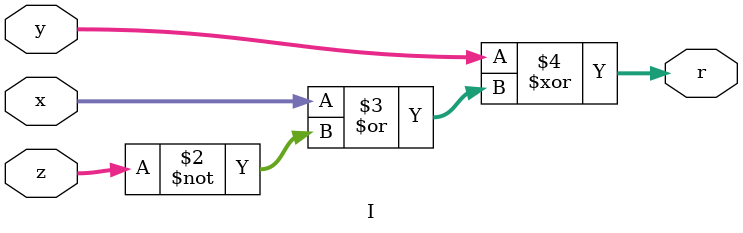
<source format=v>
module I (
    input [31:0]x,
    input [31:0]y,
    input [31:0]z,
    output reg [31:0]r
);
always@(*) begin
    r = y ^ (x | (~z));
end
endmodule
</source>
